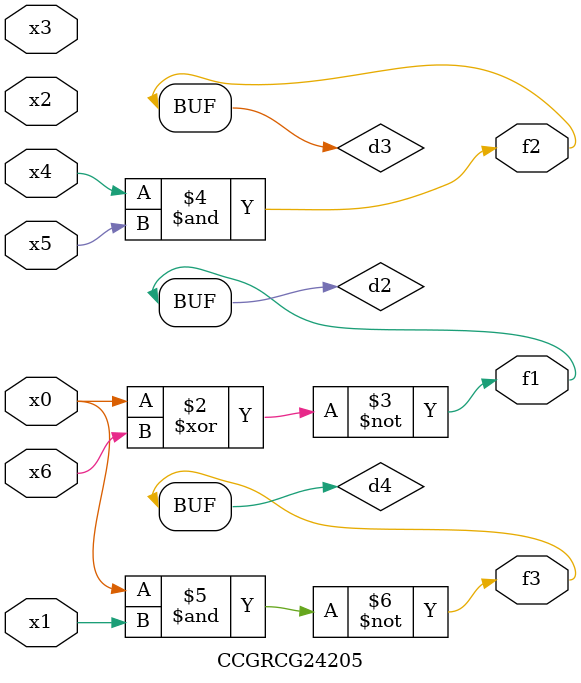
<source format=v>
module CCGRCG24205(
	input x0, x1, x2, x3, x4, x5, x6,
	output f1, f2, f3
);

	wire d1, d2, d3, d4;

	nor (d1, x0);
	xnor (d2, x0, x6);
	and (d3, x4, x5);
	nand (d4, x0, x1);
	assign f1 = d2;
	assign f2 = d3;
	assign f3 = d4;
endmodule

</source>
